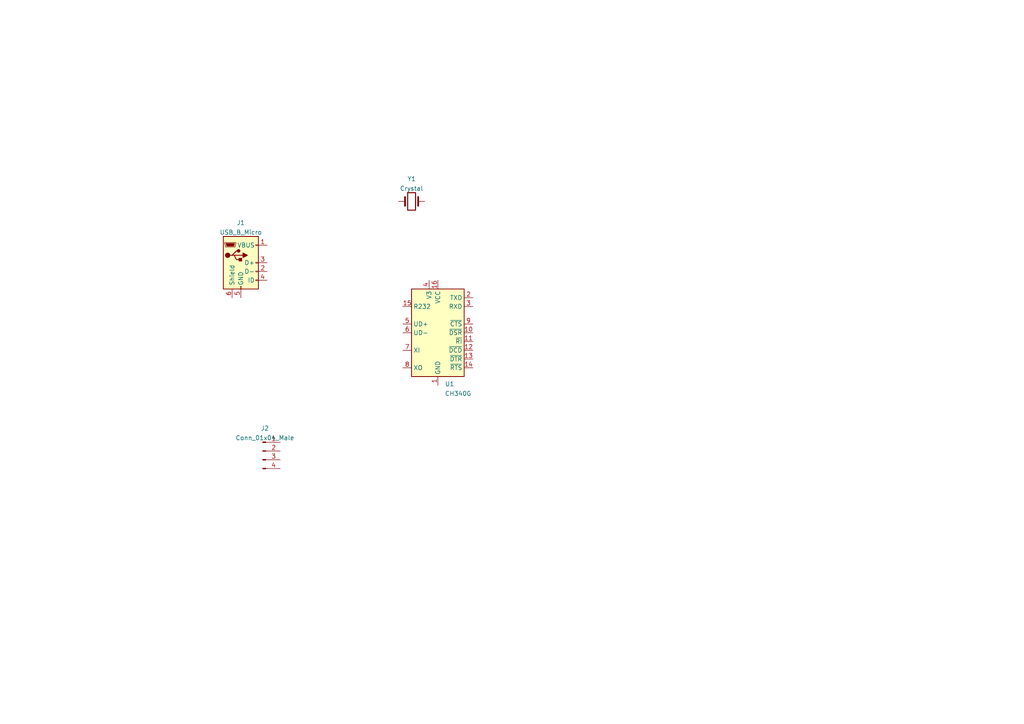
<source format=kicad_sch>
(kicad_sch (version 20211123) (generator eeschema)
  (paper "A4")
  (lib_symbols
    (symbol "Connector:Conn_01x04_Male" (pin_names (offset 1.016) hide)
      (property "Reference" "J" (at 0 5.08 0))
      (property "Value" "Conn_01x04_Male" (at 0 -7.62 0))
      (symbol "Conn_01x04_Male_1_1"
        (polyline (pts (xy 1.27 -5.08) (xy 0.8636 -5.08)) (stroke (width 0.1524)))
        (polyline (pts (xy 1.27 -2.54) (xy 0.8636 -2.54)) (stroke (width 0.1524)))
        (polyline (pts (xy 1.27 0) (xy 0.8636 0)) (stroke (width 0.1524)))
        (polyline (pts (xy 1.27 2.54) (xy 0.8636 2.54)) (stroke (width 0.1524)))
        (rectangle (start 0.8636 -4.953) (end 0 -5.207) (stroke (width 0.1524)) (fill (type outline)))
        (rectangle (start 0.8636 -2.413) (end 0 -2.667) (stroke (width 0.1524)) (fill (type outline)))
        (rectangle (start 0.8636 0.127) (end 0 -0.127) (stroke (width 0.1524)) (fill (type outline)))
        (rectangle (start 0.8636 2.667) (end 0 2.413) (stroke (width 0.1524)) (fill (type outline)))
        (pin passive line (at 5.08 2.54 180) (length 3.81) (name "Pin_1") (number "1"))
        (pin passive line (at 5.08 0 180) (length 3.81) (name "Pin_2") (number "2"))
        (pin passive line (at 5.08 -2.54 180) (length 3.81) (name "Pin_3") (number "3"))
        (pin passive line (at 5.08 -5.08 180) (length 3.81) (name "Pin_4") (number "4"))
      )
    )
    (symbol "Connector:USB_B_Micro" (pin_names (offset 1.016))
      (property "Reference" "J" (at -5.08 11.43 0))
      (property "Value" "USB_B_Micro" (at -5.08 8.89 0))
      (symbol "USB_B_Micro_0_1"
        (rectangle (start -5.08 -7.62) (end 5.08 7.62) (stroke (width 0.254)) (fill (type background)))
        (circle (center -3.81 2.159) (radius 0.635) (stroke (width 0.254)) (fill (type outline)))
        (circle (center -0.635 3.429) (radius 0.381) (stroke (width 0.254)) (fill (type outline)))
        (rectangle (start -0.127 -7.62) (end 0.127 -6.858))
        (polyline (pts (xy -1.905 2.159) (xy 0.635 2.159)) (stroke (width 0.254)))
        (polyline (pts (xy -3.175 2.159) (xy -2.54 2.159) (xy -1.27 3.429) (xy -0.635 3.429)) (stroke (width 0.254)))
        (polyline (pts (xy -2.54 2.159) (xy -1.905 2.159) (xy -1.27 0.889) (xy 0 0.889)) (stroke (width 0.254)))
        (polyline (pts (xy 0.635 2.794) (xy 0.635 1.524) (xy 1.905 2.159) (xy 0.635 2.794)) (stroke (width 0.254)) (fill (type outline)))
        (polyline (pts (xy -4.318 5.588) (xy -1.778 5.588) (xy -2.032 4.826) (xy -4.064 4.826) (xy -4.318 5.588)) (fill (type outline)))
        (polyline (pts (xy -4.699 5.842) (xy -4.699 5.588) (xy -4.445 4.826) (xy -4.445 4.572) (xy -1.651 4.572) (xy -1.651 4.826) (xy -1.397 5.588) (xy -1.397 5.842) (xy -4.699 5.842)))
        (rectangle (start 0.254 1.27) (end -0.508 0.508) (stroke (width 0.254)) (fill (type outline)))
        (rectangle (start 5.08 -5.207) (end 4.318 -4.953))
        (rectangle (start 5.08 -2.667) (end 4.318 -2.413))
        (rectangle (start 5.08 -0.127) (end 4.318 0.127))
        (rectangle (start 5.08 4.953) (end 4.318 5.207))
      )
      (symbol "USB_B_Micro_1_1"
        (pin power_out line (at 7.62 5.08 180) (length 2.54) (name "VBUS") (number "1"))
        (pin bidirectional line (at 7.62 -2.54 180) (length 2.54) (name "D-") (number "2"))
        (pin bidirectional line (at 7.62 0 180) (length 2.54) (name "D+") (number "3"))
        (pin passive line (at 7.62 -5.08 180) (length 2.54) (name "ID") (number "4"))
        (pin power_out line (at 0 -10.16 90) (length 2.54) (name "GND") (number "5"))
        (pin passive line (at -2.54 -10.16 90) (length 2.54) (name "Shield") (number "6"))
      )
    )
    (symbol "Device:Crystal" (pin_numbers hide) (pin_names (offset 1.016) hide)
      (property "Reference" "Y" (at 0 3.81 0))
      (property "Value" "Crystal" (at 0 -3.81 0))
      (symbol "Crystal_0_1"
        (rectangle (start -1.143 2.54) (end 1.143 -2.54) (stroke (width 0.3048)))
        (polyline (pts (xy -2.54 0) (xy -1.905 0)))
        (polyline (pts (xy -1.905 -1.27) (xy -1.905 1.27)) (stroke (width 0.508)))
        (polyline (pts (xy 1.905 -1.27) (xy 1.905 1.27)) (stroke (width 0.508)))
        (polyline (pts (xy 2.54 0) (xy 1.905 0)))
      )
      (symbol "Crystal_1_1"
        (pin passive line (at -3.81 0 0) (length 1.27) (name "1") (number "1"))
        (pin passive line (at 3.81 0 180) (length 1.27) (name "2") (number "2"))
      )
    )
    (symbol "Interface_USB:CH340G"
      (property "Reference" "U" (at -5.08 13.97 0))
      (property "Value" "CH340G" (at 1.27 13.97 0))
      (symbol "CH340G_0_1"
        (rectangle (start -7.62 12.7) (end 7.62 -12.7) (stroke (width 0.254)) (fill (type background)))
      )
      (symbol "CH340G_1_1"
        (pin power_in line (at 0 -15.24 90) (length 2.54) (name "GND") (number "1"))
        (pin input line (at 10.16 0 180) (length 2.54) (name "~{DSR}") (number "10"))
        (pin input line (at 10.16 -2.54 180) (length 2.54) (name "~{RI}") (number "11"))
        (pin input line (at 10.16 -5.08 180) (length 2.54) (name "~{DCD}") (number "12"))
        (pin output line (at 10.16 -7.62 180) (length 2.54) (name "~{DTR}") (number "13"))
        (pin output line (at 10.16 -10.16 180) (length 2.54) (name "~{RTS}") (number "14"))
        (pin input line (at -10.16 7.62 0) (length 2.54) (name "R232") (number "15"))
        (pin power_in line (at 0 15.24 270) (length 2.54) (name "VCC") (number "16"))
        (pin output line (at 10.16 10.16 180) (length 2.54) (name "TXD") (number "2"))
        (pin input line (at 10.16 7.62 180) (length 2.54) (name "RXD") (number "3"))
        (pin passive line (at -2.54 15.24 270) (length 2.54) (name "V3") (number "4"))
        (pin bidirectional line (at -10.16 2.54 0) (length 2.54) (name "UD+") (number "5"))
        (pin bidirectional line (at -10.16 0 0) (length 2.54) (name "UD-") (number "6"))
        (pin input line (at -10.16 -5.08 0) (length 2.54) (name "XI") (number "7"))
        (pin output line (at -10.16 -10.16 0) (length 2.54) (name "XO") (number "8"))
        (pin input line (at 10.16 2.54 180) (length 2.54) (name "~{CTS}") (number "9"))
      )
    )
  )
  (symbol (lib_id "Connector:Conn_01x04_Male") (at 76.2 130.81 0) (unit 1)
    (property "Reference" "J2" (at 76.835 124.2273 0))
    (property "Value" "Conn_01x04_Male" (at 76.835 127.0024 0))
    (property "Footprint" "Connector_JST:JST_GH_BM04B-GHS-TBT_1x04-1MP_P1.25mm_Vertical" (effects hide))
  )
  (symbol (lib_id "Device:Crystal") (at 119.38 58.42 0) (unit 1)
    (property "Reference" "Y1" (at 119.38 51.8881 0))
    (property "Value" "Crystal" (at 119.38 54.6632 0))
    (property "Footprint" "Crystal:Crystal_SMD_HC49-SD" (effects hide))
  )
  (symbol (lib_id "Interface_USB:CH340G") (at 127 96.52 0) (unit 1)
    (property "Reference" "U1" (at 129.0194 111.3695 0) (effects (justify left)))
    (property "Value" "CH340G" (at 129.0194 114.1446 0) (effects (justify left)))
    (property "Footprint" "Package_SO:SOIC-16_3.9x9.9mm_P1.27mm" (effects hide))
    (property "Datasheet" "http://www.datasheet5.com/pdf-local-2195953" (effects hide))
  )
  (symbol (lib_id "Connector:USB_B_Micro") (at 69.85 76.2 0) (unit 1)
    (property "Reference" "J1" (at 69.85 64.6135 0))
    (property "Value" "USB_B_Micro" (at 69.85 67.3886 0))
    (property "Footprint" "Connector_USB:USB_Micro-B_Molex_47346-0001" (effects hide))
  )
)
</source>
